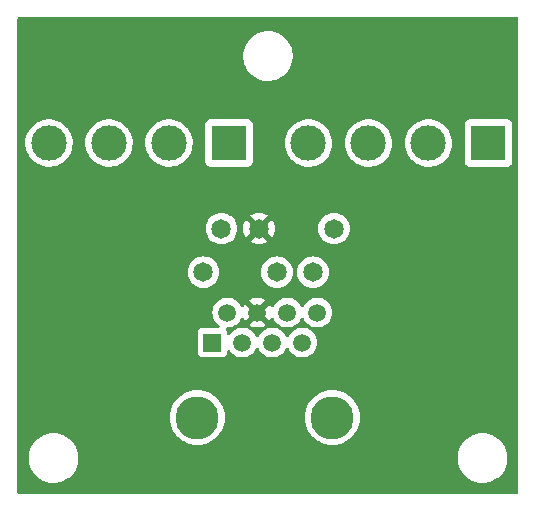
<source format=gbl>
G04 #@! TF.GenerationSoftware,KiCad,Pcbnew,(6.0.0)*
G04 #@! TF.CreationDate,2022-08-05T10:14:30-07:00*
G04 #@! TF.ProjectId,strain_guage,73747261-696e-45f6-9775-6167652e6b69,rev?*
G04 #@! TF.SameCoordinates,Original*
G04 #@! TF.FileFunction,Copper,L2,Bot*
G04 #@! TF.FilePolarity,Positive*
%FSLAX46Y46*%
G04 Gerber Fmt 4.6, Leading zero omitted, Abs format (unit mm)*
G04 Created by KiCad (PCBNEW (6.0.0)) date 2022-08-05 10:14:30*
%MOMM*%
%LPD*%
G01*
G04 APERTURE LIST*
G04 #@! TA.AperFunction,ComponentPad*
%ADD10C,1.651000*%
G04 #@! TD*
G04 #@! TA.AperFunction,ComponentPad*
%ADD11R,3.000000X3.000000*%
G04 #@! TD*
G04 #@! TA.AperFunction,ComponentPad*
%ADD12C,3.000000*%
G04 #@! TD*
G04 #@! TA.AperFunction,WasherPad*
%ADD13C,3.650000*%
G04 #@! TD*
G04 #@! TA.AperFunction,ComponentPad*
%ADD14R,1.500000X1.500000*%
G04 #@! TD*
G04 #@! TA.AperFunction,ComponentPad*
%ADD15C,1.500000*%
G04 #@! TD*
G04 #@! TA.AperFunction,ViaPad*
%ADD16C,0.800000*%
G04 #@! TD*
G04 APERTURE END LIST*
D10*
X122936000Y-134366000D03*
X113411000Y-134366000D03*
D11*
X114046000Y-127127000D03*
D12*
X108966000Y-127127000D03*
X103886000Y-127127000D03*
X98806000Y-127127000D03*
D10*
X111887000Y-138049000D03*
D11*
X136017000Y-127127000D03*
D12*
X130937000Y-127127000D03*
X125857000Y-127127000D03*
X120777000Y-127127000D03*
D10*
X116586000Y-134366000D03*
X118110000Y-138049000D03*
D13*
X111369500Y-150360000D03*
X122799500Y-150360000D03*
D14*
X112639500Y-144010000D03*
D15*
X113909500Y-141470000D03*
X115179500Y-144010000D03*
X116449500Y-141470000D03*
X117719500Y-144010000D03*
X118989500Y-141470000D03*
X120259500Y-144010000D03*
X121529500Y-141470000D03*
D10*
X121158000Y-138049000D03*
D16*
X136779000Y-117729000D03*
X133096000Y-141605000D03*
G04 #@! TA.AperFunction,Conductor*
G36*
X138499121Y-116479002D02*
G01*
X138545614Y-116532658D01*
X138557000Y-116585000D01*
X138557000Y-156719000D01*
X138536998Y-156787121D01*
X138483342Y-156833614D01*
X138431000Y-156845000D01*
X96265000Y-156845000D01*
X96196879Y-156824998D01*
X96150386Y-156771342D01*
X96139000Y-156719000D01*
X96139000Y-153929703D01*
X97077743Y-153929703D01*
X97115268Y-154214734D01*
X97191129Y-154492036D01*
X97303923Y-154756476D01*
X97451561Y-155003161D01*
X97631313Y-155227528D01*
X97839851Y-155425423D01*
X98073317Y-155593186D01*
X98077112Y-155595195D01*
X98077113Y-155595196D01*
X98098869Y-155606715D01*
X98327392Y-155727712D01*
X98597373Y-155826511D01*
X98878264Y-155887755D01*
X98906841Y-155890004D01*
X99101282Y-155905307D01*
X99101291Y-155905307D01*
X99103739Y-155905500D01*
X99259271Y-155905500D01*
X99261407Y-155905354D01*
X99261418Y-155905354D01*
X99469548Y-155891165D01*
X99469554Y-155891164D01*
X99473825Y-155890873D01*
X99478020Y-155890004D01*
X99478022Y-155890004D01*
X99614584Y-155861723D01*
X99755342Y-155832574D01*
X100026343Y-155736607D01*
X100281812Y-155604750D01*
X100285313Y-155602289D01*
X100285317Y-155602287D01*
X100399418Y-155522095D01*
X100517023Y-155439441D01*
X100727622Y-155243740D01*
X100909713Y-155021268D01*
X101059927Y-154776142D01*
X101175483Y-154512898D01*
X101254244Y-154236406D01*
X101294751Y-153951784D01*
X101294845Y-153933951D01*
X101294867Y-153929703D01*
X133399743Y-153929703D01*
X133437268Y-154214734D01*
X133513129Y-154492036D01*
X133625923Y-154756476D01*
X133773561Y-155003161D01*
X133953313Y-155227528D01*
X134161851Y-155425423D01*
X134395317Y-155593186D01*
X134399112Y-155595195D01*
X134399113Y-155595196D01*
X134420869Y-155606715D01*
X134649392Y-155727712D01*
X134919373Y-155826511D01*
X135200264Y-155887755D01*
X135228841Y-155890004D01*
X135423282Y-155905307D01*
X135423291Y-155905307D01*
X135425739Y-155905500D01*
X135581271Y-155905500D01*
X135583407Y-155905354D01*
X135583418Y-155905354D01*
X135791548Y-155891165D01*
X135791554Y-155891164D01*
X135795825Y-155890873D01*
X135800020Y-155890004D01*
X135800022Y-155890004D01*
X135936584Y-155861723D01*
X136077342Y-155832574D01*
X136348343Y-155736607D01*
X136603812Y-155604750D01*
X136607313Y-155602289D01*
X136607317Y-155602287D01*
X136721418Y-155522095D01*
X136839023Y-155439441D01*
X137049622Y-155243740D01*
X137231713Y-155021268D01*
X137381927Y-154776142D01*
X137497483Y-154512898D01*
X137576244Y-154236406D01*
X137616751Y-153951784D01*
X137616845Y-153933951D01*
X137618235Y-153668583D01*
X137618235Y-153668576D01*
X137618257Y-153664297D01*
X137580732Y-153379266D01*
X137504871Y-153101964D01*
X137392077Y-152837524D01*
X137244439Y-152590839D01*
X137064687Y-152366472D01*
X136856149Y-152168577D01*
X136622683Y-152000814D01*
X136600843Y-151989250D01*
X136577654Y-151976972D01*
X136368608Y-151866288D01*
X136233617Y-151816888D01*
X136102658Y-151768964D01*
X136102656Y-151768963D01*
X136098627Y-151767489D01*
X135817736Y-151706245D01*
X135786685Y-151703801D01*
X135594718Y-151688693D01*
X135594709Y-151688693D01*
X135592261Y-151688500D01*
X135436729Y-151688500D01*
X135434593Y-151688646D01*
X135434582Y-151688646D01*
X135226452Y-151702835D01*
X135226446Y-151702836D01*
X135222175Y-151703127D01*
X135217980Y-151703996D01*
X135217978Y-151703996D01*
X135081417Y-151732276D01*
X134940658Y-151761426D01*
X134669657Y-151857393D01*
X134414188Y-151989250D01*
X134410687Y-151991711D01*
X134410683Y-151991713D01*
X134379578Y-152013574D01*
X134178977Y-152154559D01*
X133968378Y-152350260D01*
X133786287Y-152572732D01*
X133636073Y-152817858D01*
X133520517Y-153081102D01*
X133441756Y-153357594D01*
X133401249Y-153642216D01*
X133401227Y-153646505D01*
X133401226Y-153646512D01*
X133399765Y-153925417D01*
X133399743Y-153929703D01*
X101294867Y-153929703D01*
X101296235Y-153668583D01*
X101296235Y-153668576D01*
X101296257Y-153664297D01*
X101258732Y-153379266D01*
X101182871Y-153101964D01*
X101070077Y-152837524D01*
X100922439Y-152590839D01*
X100742687Y-152366472D01*
X100534149Y-152168577D01*
X100300683Y-152000814D01*
X100278843Y-151989250D01*
X100255654Y-151976972D01*
X100046608Y-151866288D01*
X99911617Y-151816888D01*
X99780658Y-151768964D01*
X99780656Y-151768963D01*
X99776627Y-151767489D01*
X99495736Y-151706245D01*
X99464685Y-151703801D01*
X99272718Y-151688693D01*
X99272709Y-151688693D01*
X99270261Y-151688500D01*
X99114729Y-151688500D01*
X99112593Y-151688646D01*
X99112582Y-151688646D01*
X98904452Y-151702835D01*
X98904446Y-151702836D01*
X98900175Y-151703127D01*
X98895980Y-151703996D01*
X98895978Y-151703996D01*
X98759417Y-151732276D01*
X98618658Y-151761426D01*
X98347657Y-151857393D01*
X98092188Y-151989250D01*
X98088687Y-151991711D01*
X98088683Y-151991713D01*
X98057578Y-152013574D01*
X97856977Y-152154559D01*
X97646378Y-152350260D01*
X97464287Y-152572732D01*
X97314073Y-152817858D01*
X97198517Y-153081102D01*
X97119756Y-153357594D01*
X97079249Y-153642216D01*
X97079227Y-153646505D01*
X97079226Y-153646512D01*
X97077765Y-153925417D01*
X97077743Y-153929703D01*
X96139000Y-153929703D01*
X96139000Y-150360000D01*
X109030993Y-150360000D01*
X109050999Y-150665236D01*
X109110676Y-150965250D01*
X109209001Y-151254908D01*
X109210824Y-151258604D01*
X109210827Y-151258612D01*
X109319603Y-151479184D01*
X109344294Y-151529253D01*
X109514238Y-151783593D01*
X109516952Y-151786687D01*
X109516956Y-151786693D01*
X109588523Y-151868299D01*
X109715926Y-152013574D01*
X109719015Y-152016283D01*
X109942807Y-152212544D01*
X109942813Y-152212548D01*
X109945907Y-152215262D01*
X109949333Y-152217551D01*
X109949338Y-152217555D01*
X110177210Y-152369814D01*
X110200246Y-152385206D01*
X110203949Y-152387032D01*
X110470888Y-152518673D01*
X110470896Y-152518676D01*
X110474592Y-152520499D01*
X110478506Y-152521828D01*
X110478507Y-152521828D01*
X110760337Y-152617496D01*
X110760341Y-152617497D01*
X110764250Y-152618824D01*
X110768294Y-152619628D01*
X110768300Y-152619630D01*
X111060225Y-152677698D01*
X111060231Y-152677699D01*
X111064264Y-152678501D01*
X111068369Y-152678770D01*
X111068376Y-152678771D01*
X111365381Y-152698237D01*
X111369500Y-152698507D01*
X111373619Y-152698237D01*
X111670624Y-152678771D01*
X111670631Y-152678770D01*
X111674736Y-152678501D01*
X111678769Y-152677699D01*
X111678775Y-152677698D01*
X111970700Y-152619630D01*
X111970706Y-152619628D01*
X111974750Y-152618824D01*
X111978659Y-152617497D01*
X111978663Y-152617496D01*
X112260493Y-152521828D01*
X112260494Y-152521828D01*
X112264408Y-152520499D01*
X112268104Y-152518676D01*
X112268112Y-152518673D01*
X112535051Y-152387032D01*
X112538754Y-152385206D01*
X112561790Y-152369814D01*
X112789662Y-152217555D01*
X112789667Y-152217551D01*
X112793093Y-152215262D01*
X112796187Y-152212548D01*
X112796193Y-152212544D01*
X113019985Y-152016283D01*
X113023074Y-152013574D01*
X113150477Y-151868299D01*
X113222044Y-151786693D01*
X113222048Y-151786687D01*
X113224762Y-151783593D01*
X113394706Y-151529253D01*
X113419397Y-151479184D01*
X113528173Y-151258612D01*
X113528176Y-151258604D01*
X113529999Y-151254908D01*
X113628324Y-150965250D01*
X113688001Y-150665236D01*
X113708007Y-150360000D01*
X120460993Y-150360000D01*
X120480999Y-150665236D01*
X120540676Y-150965250D01*
X120639001Y-151254908D01*
X120640824Y-151258604D01*
X120640827Y-151258612D01*
X120749603Y-151479184D01*
X120774294Y-151529253D01*
X120944238Y-151783593D01*
X120946952Y-151786687D01*
X120946956Y-151786693D01*
X121018523Y-151868299D01*
X121145926Y-152013574D01*
X121149015Y-152016283D01*
X121372807Y-152212544D01*
X121372813Y-152212548D01*
X121375907Y-152215262D01*
X121379333Y-152217551D01*
X121379338Y-152217555D01*
X121607210Y-152369814D01*
X121630246Y-152385206D01*
X121633949Y-152387032D01*
X121900888Y-152518673D01*
X121900896Y-152518676D01*
X121904592Y-152520499D01*
X121908506Y-152521828D01*
X121908507Y-152521828D01*
X122190337Y-152617496D01*
X122190341Y-152617497D01*
X122194250Y-152618824D01*
X122198294Y-152619628D01*
X122198300Y-152619630D01*
X122490225Y-152677698D01*
X122490231Y-152677699D01*
X122494264Y-152678501D01*
X122498369Y-152678770D01*
X122498376Y-152678771D01*
X122795381Y-152698237D01*
X122799500Y-152698507D01*
X122803619Y-152698237D01*
X123100624Y-152678771D01*
X123100631Y-152678770D01*
X123104736Y-152678501D01*
X123108769Y-152677699D01*
X123108775Y-152677698D01*
X123400700Y-152619630D01*
X123400706Y-152619628D01*
X123404750Y-152618824D01*
X123408659Y-152617497D01*
X123408663Y-152617496D01*
X123690493Y-152521828D01*
X123690494Y-152521828D01*
X123694408Y-152520499D01*
X123698104Y-152518676D01*
X123698112Y-152518673D01*
X123965051Y-152387032D01*
X123968754Y-152385206D01*
X123991790Y-152369814D01*
X124219662Y-152217555D01*
X124219667Y-152217551D01*
X124223093Y-152215262D01*
X124226187Y-152212548D01*
X124226193Y-152212544D01*
X124449985Y-152016283D01*
X124453074Y-152013574D01*
X124580477Y-151868299D01*
X124652044Y-151786693D01*
X124652048Y-151786687D01*
X124654762Y-151783593D01*
X124824706Y-151529253D01*
X124849397Y-151479184D01*
X124958173Y-151258612D01*
X124958176Y-151258604D01*
X124959999Y-151254908D01*
X125058324Y-150965250D01*
X125118001Y-150665236D01*
X125138007Y-150360000D01*
X125118001Y-150054764D01*
X125058324Y-149754750D01*
X124959999Y-149465092D01*
X124958176Y-149461396D01*
X124958173Y-149461388D01*
X124826532Y-149194450D01*
X124824706Y-149190747D01*
X124654762Y-148936407D01*
X124652048Y-148933313D01*
X124652044Y-148933307D01*
X124455783Y-148709515D01*
X124453074Y-148706426D01*
X124449985Y-148703717D01*
X124226193Y-148507456D01*
X124226187Y-148507452D01*
X124223093Y-148504738D01*
X124219663Y-148502446D01*
X124219662Y-148502445D01*
X123972189Y-148337089D01*
X123972187Y-148337088D01*
X123968754Y-148334794D01*
X123920247Y-148310873D01*
X123698112Y-148201327D01*
X123698104Y-148201324D01*
X123694408Y-148199501D01*
X123690493Y-148198172D01*
X123408663Y-148102504D01*
X123408659Y-148102503D01*
X123404750Y-148101176D01*
X123400706Y-148100372D01*
X123400700Y-148100370D01*
X123108775Y-148042302D01*
X123108769Y-148042301D01*
X123104736Y-148041499D01*
X123100631Y-148041230D01*
X123100624Y-148041229D01*
X122803619Y-148021763D01*
X122799500Y-148021493D01*
X122795381Y-148021763D01*
X122498376Y-148041229D01*
X122498369Y-148041230D01*
X122494264Y-148041499D01*
X122490231Y-148042301D01*
X122490225Y-148042302D01*
X122198300Y-148100370D01*
X122198294Y-148100372D01*
X122194250Y-148101176D01*
X122190341Y-148102503D01*
X122190337Y-148102504D01*
X121908507Y-148198172D01*
X121904592Y-148199501D01*
X121900896Y-148201324D01*
X121900888Y-148201327D01*
X121680316Y-148310103D01*
X121630247Y-148334794D01*
X121375907Y-148504738D01*
X121372813Y-148507452D01*
X121372807Y-148507456D01*
X121149015Y-148703717D01*
X121145926Y-148706426D01*
X121143217Y-148709515D01*
X120946956Y-148933307D01*
X120946952Y-148933313D01*
X120944238Y-148936407D01*
X120774294Y-149190747D01*
X120772468Y-149194450D01*
X120640827Y-149461388D01*
X120640824Y-149461396D01*
X120639001Y-149465092D01*
X120540676Y-149754750D01*
X120480999Y-150054764D01*
X120460993Y-150360000D01*
X113708007Y-150360000D01*
X113688001Y-150054764D01*
X113628324Y-149754750D01*
X113529999Y-149465092D01*
X113528176Y-149461396D01*
X113528173Y-149461388D01*
X113396532Y-149194450D01*
X113394706Y-149190747D01*
X113224762Y-148936407D01*
X113222048Y-148933313D01*
X113222044Y-148933307D01*
X113025783Y-148709515D01*
X113023074Y-148706426D01*
X113019985Y-148703717D01*
X112796193Y-148507456D01*
X112796187Y-148507452D01*
X112793093Y-148504738D01*
X112789663Y-148502446D01*
X112789662Y-148502445D01*
X112542189Y-148337089D01*
X112542187Y-148337088D01*
X112538754Y-148334794D01*
X112490247Y-148310873D01*
X112268112Y-148201327D01*
X112268104Y-148201324D01*
X112264408Y-148199501D01*
X112260493Y-148198172D01*
X111978663Y-148102504D01*
X111978659Y-148102503D01*
X111974750Y-148101176D01*
X111970706Y-148100372D01*
X111970700Y-148100370D01*
X111678775Y-148042302D01*
X111678769Y-148042301D01*
X111674736Y-148041499D01*
X111670631Y-148041230D01*
X111670624Y-148041229D01*
X111373619Y-148021763D01*
X111369500Y-148021493D01*
X111365381Y-148021763D01*
X111068376Y-148041229D01*
X111068369Y-148041230D01*
X111064264Y-148041499D01*
X111060231Y-148042301D01*
X111060225Y-148042302D01*
X110768300Y-148100370D01*
X110768294Y-148100372D01*
X110764250Y-148101176D01*
X110760341Y-148102503D01*
X110760337Y-148102504D01*
X110478507Y-148198172D01*
X110474592Y-148199501D01*
X110470896Y-148201324D01*
X110470888Y-148201327D01*
X110250316Y-148310103D01*
X110200247Y-148334794D01*
X109945907Y-148504738D01*
X109942813Y-148507452D01*
X109942807Y-148507456D01*
X109719015Y-148703717D01*
X109715926Y-148706426D01*
X109713217Y-148709515D01*
X109516956Y-148933307D01*
X109516952Y-148933313D01*
X109514238Y-148936407D01*
X109344294Y-149190747D01*
X109342468Y-149194450D01*
X109210827Y-149461388D01*
X109210824Y-149461396D01*
X109209001Y-149465092D01*
X109110676Y-149754750D01*
X109050999Y-150054764D01*
X109030993Y-150360000D01*
X96139000Y-150360000D01*
X96139000Y-144808134D01*
X111381000Y-144808134D01*
X111387755Y-144870316D01*
X111438885Y-145006705D01*
X111526239Y-145123261D01*
X111642795Y-145210615D01*
X111779184Y-145261745D01*
X111841366Y-145268500D01*
X113437634Y-145268500D01*
X113499816Y-145261745D01*
X113636205Y-145210615D01*
X113752761Y-145123261D01*
X113840115Y-145006705D01*
X113891245Y-144870316D01*
X113898000Y-144808134D01*
X113898000Y-144773576D01*
X113918002Y-144705455D01*
X113971658Y-144658962D01*
X114041932Y-144648858D01*
X114106512Y-144678352D01*
X114127213Y-144701305D01*
X114199623Y-144804717D01*
X114211751Y-144822038D01*
X114367462Y-144977749D01*
X114547846Y-145104056D01*
X114747424Y-145197120D01*
X114960129Y-145254115D01*
X115179500Y-145273307D01*
X115398871Y-145254115D01*
X115611576Y-145197120D01*
X115811154Y-145104056D01*
X115991538Y-144977749D01*
X116147249Y-144822038D01*
X116159378Y-144804717D01*
X116270399Y-144646162D01*
X116270400Y-144646160D01*
X116273556Y-144641653D01*
X116275879Y-144636671D01*
X116275882Y-144636666D01*
X116335305Y-144509231D01*
X116382222Y-144455946D01*
X116450499Y-144436485D01*
X116518459Y-144457027D01*
X116563695Y-144509231D01*
X116623118Y-144636666D01*
X116623121Y-144636671D01*
X116625444Y-144641653D01*
X116628600Y-144646160D01*
X116628601Y-144646162D01*
X116739623Y-144804717D01*
X116751751Y-144822038D01*
X116907462Y-144977749D01*
X117087846Y-145104056D01*
X117287424Y-145197120D01*
X117500129Y-145254115D01*
X117719500Y-145273307D01*
X117938871Y-145254115D01*
X118151576Y-145197120D01*
X118351154Y-145104056D01*
X118531538Y-144977749D01*
X118687249Y-144822038D01*
X118699378Y-144804717D01*
X118810399Y-144646162D01*
X118810400Y-144646160D01*
X118813556Y-144641653D01*
X118815879Y-144636671D01*
X118815882Y-144636666D01*
X118875305Y-144509231D01*
X118922222Y-144455946D01*
X118990499Y-144436485D01*
X119058459Y-144457027D01*
X119103695Y-144509231D01*
X119163118Y-144636666D01*
X119163121Y-144636671D01*
X119165444Y-144641653D01*
X119168600Y-144646160D01*
X119168601Y-144646162D01*
X119279623Y-144804717D01*
X119291751Y-144822038D01*
X119447462Y-144977749D01*
X119627846Y-145104056D01*
X119827424Y-145197120D01*
X120040129Y-145254115D01*
X120259500Y-145273307D01*
X120478871Y-145254115D01*
X120691576Y-145197120D01*
X120891154Y-145104056D01*
X121071538Y-144977749D01*
X121227249Y-144822038D01*
X121239378Y-144804717D01*
X121350399Y-144646162D01*
X121350400Y-144646160D01*
X121353556Y-144641653D01*
X121355879Y-144636671D01*
X121355882Y-144636666D01*
X121444295Y-144447061D01*
X121446620Y-144442076D01*
X121503615Y-144229371D01*
X121522807Y-144010000D01*
X121503615Y-143790629D01*
X121446620Y-143577924D01*
X121403085Y-143484562D01*
X121355882Y-143383334D01*
X121355879Y-143383329D01*
X121353556Y-143378347D01*
X121342826Y-143363023D01*
X121230408Y-143202473D01*
X121230406Y-143202470D01*
X121227249Y-143197962D01*
X121071538Y-143042251D01*
X120891154Y-142915944D01*
X120691576Y-142822880D01*
X120478871Y-142765885D01*
X120259500Y-142746693D01*
X120040129Y-142765885D01*
X119827424Y-142822880D01*
X119734264Y-142866321D01*
X119632834Y-142913618D01*
X119632829Y-142913621D01*
X119627847Y-142915944D01*
X119623340Y-142919100D01*
X119623338Y-142919101D01*
X119451973Y-143039092D01*
X119451970Y-143039094D01*
X119447462Y-143042251D01*
X119291751Y-143197962D01*
X119288594Y-143202470D01*
X119288592Y-143202473D01*
X119176174Y-143363023D01*
X119165444Y-143378347D01*
X119163121Y-143383329D01*
X119163118Y-143383334D01*
X119103695Y-143510769D01*
X119056778Y-143564054D01*
X118988501Y-143583515D01*
X118920541Y-143562973D01*
X118875305Y-143510769D01*
X118815882Y-143383334D01*
X118815879Y-143383329D01*
X118813556Y-143378347D01*
X118802826Y-143363023D01*
X118690408Y-143202473D01*
X118690406Y-143202470D01*
X118687249Y-143197962D01*
X118531538Y-143042251D01*
X118351154Y-142915944D01*
X118151576Y-142822880D01*
X117938871Y-142765885D01*
X117719500Y-142746693D01*
X117500129Y-142765885D01*
X117287424Y-142822880D01*
X117194264Y-142866321D01*
X117092834Y-142913618D01*
X117092829Y-142913621D01*
X117087847Y-142915944D01*
X117083340Y-142919100D01*
X117083338Y-142919101D01*
X116911973Y-143039092D01*
X116911970Y-143039094D01*
X116907462Y-143042251D01*
X116751751Y-143197962D01*
X116748594Y-143202470D01*
X116748592Y-143202473D01*
X116636174Y-143363023D01*
X116625444Y-143378347D01*
X116623121Y-143383329D01*
X116623118Y-143383334D01*
X116563695Y-143510769D01*
X116516778Y-143564054D01*
X116448501Y-143583515D01*
X116380541Y-143562973D01*
X116335305Y-143510769D01*
X116275882Y-143383334D01*
X116275879Y-143383329D01*
X116273556Y-143378347D01*
X116262826Y-143363023D01*
X116150408Y-143202473D01*
X116150406Y-143202470D01*
X116147249Y-143197962D01*
X115991538Y-143042251D01*
X115811154Y-142915944D01*
X115611576Y-142822880D01*
X115398871Y-142765885D01*
X115179500Y-142746693D01*
X114960129Y-142765885D01*
X114747424Y-142822880D01*
X114654264Y-142866321D01*
X114552834Y-142913618D01*
X114552829Y-142913621D01*
X114547847Y-142915944D01*
X114543340Y-142919100D01*
X114543338Y-142919101D01*
X114371973Y-143039092D01*
X114371970Y-143039094D01*
X114367462Y-143042251D01*
X114211751Y-143197962D01*
X114208594Y-143202470D01*
X114208592Y-143202473D01*
X114127213Y-143318695D01*
X114071756Y-143363023D01*
X114001137Y-143370332D01*
X113937776Y-143338301D01*
X113901791Y-143277100D01*
X113898000Y-143246424D01*
X113898000Y-143211866D01*
X113891245Y-143149684D01*
X113840115Y-143013295D01*
X113779808Y-142932827D01*
X113754961Y-142866321D01*
X113770014Y-142796939D01*
X113820189Y-142746709D01*
X113891619Y-142731743D01*
X113904018Y-142732828D01*
X113904025Y-142732828D01*
X113909500Y-142733307D01*
X114128871Y-142714115D01*
X114341576Y-142657120D01*
X114541154Y-142564056D01*
X114603842Y-142520161D01*
X115763893Y-142520161D01*
X115773187Y-142532175D01*
X115813588Y-142560464D01*
X115823084Y-142565947D01*
X116012613Y-142654326D01*
X116022905Y-142658072D01*
X116224901Y-142712196D01*
X116235696Y-142714099D01*
X116444025Y-142732326D01*
X116454975Y-142732326D01*
X116663304Y-142714099D01*
X116674099Y-142712196D01*
X116876095Y-142658072D01*
X116886387Y-142654326D01*
X117075916Y-142565947D01*
X117085412Y-142560464D01*
X117126648Y-142531590D01*
X117135023Y-142521112D01*
X117127957Y-142507668D01*
X116462311Y-141842021D01*
X116448368Y-141834408D01*
X116446534Y-141834539D01*
X116439920Y-141838790D01*
X115770320Y-142508391D01*
X115763893Y-142520161D01*
X114603842Y-142520161D01*
X114721538Y-142437749D01*
X114877249Y-142282038D01*
X114971700Y-142147149D01*
X115000399Y-142106162D01*
X115000400Y-142106160D01*
X115003556Y-142101653D01*
X115005879Y-142096671D01*
X115005882Y-142096666D01*
X115065581Y-141968640D01*
X115112498Y-141915355D01*
X115180776Y-141895894D01*
X115248736Y-141916436D01*
X115293971Y-141968640D01*
X115353554Y-142096417D01*
X115359034Y-142105907D01*
X115387911Y-142147149D01*
X115398387Y-142155523D01*
X115411834Y-142148455D01*
X116077479Y-141482811D01*
X116083856Y-141471132D01*
X116813908Y-141471132D01*
X116814039Y-141472966D01*
X116818290Y-141479580D01*
X117487891Y-142149180D01*
X117499661Y-142155607D01*
X117511676Y-142146311D01*
X117539966Y-142105907D01*
X117545446Y-142096417D01*
X117605029Y-141968640D01*
X117651946Y-141915355D01*
X117720224Y-141895894D01*
X117788184Y-141916436D01*
X117833419Y-141968640D01*
X117893118Y-142096666D01*
X117893121Y-142096671D01*
X117895444Y-142101653D01*
X117898600Y-142106160D01*
X117898601Y-142106162D01*
X117927301Y-142147149D01*
X118021751Y-142282038D01*
X118177462Y-142437749D01*
X118357846Y-142564056D01*
X118557424Y-142657120D01*
X118770129Y-142714115D01*
X118989500Y-142733307D01*
X119208871Y-142714115D01*
X119421576Y-142657120D01*
X119621154Y-142564056D01*
X119801538Y-142437749D01*
X119957249Y-142282038D01*
X120051700Y-142147149D01*
X120080399Y-142106162D01*
X120080400Y-142106160D01*
X120083556Y-142101653D01*
X120085879Y-142096671D01*
X120085882Y-142096666D01*
X120145305Y-141969231D01*
X120192222Y-141915946D01*
X120260499Y-141896485D01*
X120328459Y-141917027D01*
X120373695Y-141969231D01*
X120433118Y-142096666D01*
X120433121Y-142096671D01*
X120435444Y-142101653D01*
X120438600Y-142106160D01*
X120438601Y-142106162D01*
X120467301Y-142147149D01*
X120561751Y-142282038D01*
X120717462Y-142437749D01*
X120897846Y-142564056D01*
X121097424Y-142657120D01*
X121310129Y-142714115D01*
X121529500Y-142733307D01*
X121748871Y-142714115D01*
X121961576Y-142657120D01*
X122161154Y-142564056D01*
X122341538Y-142437749D01*
X122497249Y-142282038D01*
X122591700Y-142147149D01*
X122620399Y-142106162D01*
X122620400Y-142106160D01*
X122623556Y-142101653D01*
X122625879Y-142096671D01*
X122625882Y-142096666D01*
X122709648Y-141917027D01*
X122716620Y-141902076D01*
X122773615Y-141689371D01*
X122792807Y-141470000D01*
X122773615Y-141250629D01*
X122716620Y-141037924D01*
X122625998Y-140843583D01*
X122625882Y-140843334D01*
X122625879Y-140843329D01*
X122623556Y-140838347D01*
X122592286Y-140793689D01*
X122500408Y-140662473D01*
X122500406Y-140662470D01*
X122497249Y-140657962D01*
X122341538Y-140502251D01*
X122161154Y-140375944D01*
X121961576Y-140282880D01*
X121748871Y-140225885D01*
X121529500Y-140206693D01*
X121310129Y-140225885D01*
X121097424Y-140282880D01*
X121004062Y-140326415D01*
X120902834Y-140373618D01*
X120902829Y-140373621D01*
X120897847Y-140375944D01*
X120893340Y-140379100D01*
X120893338Y-140379101D01*
X120721973Y-140499092D01*
X120721970Y-140499094D01*
X120717462Y-140502251D01*
X120561751Y-140657962D01*
X120558594Y-140662470D01*
X120558592Y-140662473D01*
X120466714Y-140793689D01*
X120435444Y-140838347D01*
X120433121Y-140843329D01*
X120433118Y-140843334D01*
X120373695Y-140970769D01*
X120326778Y-141024054D01*
X120258501Y-141043515D01*
X120190541Y-141022973D01*
X120145305Y-140970769D01*
X120085882Y-140843334D01*
X120085879Y-140843329D01*
X120083556Y-140838347D01*
X120052286Y-140793689D01*
X119960408Y-140662473D01*
X119960406Y-140662470D01*
X119957249Y-140657962D01*
X119801538Y-140502251D01*
X119621154Y-140375944D01*
X119421576Y-140282880D01*
X119208871Y-140225885D01*
X118989500Y-140206693D01*
X118770129Y-140225885D01*
X118557424Y-140282880D01*
X118464062Y-140326415D01*
X118362834Y-140373618D01*
X118362829Y-140373621D01*
X118357847Y-140375944D01*
X118353340Y-140379100D01*
X118353338Y-140379101D01*
X118181973Y-140499092D01*
X118181970Y-140499094D01*
X118177462Y-140502251D01*
X118021751Y-140657962D01*
X118018594Y-140662470D01*
X118018592Y-140662473D01*
X117926714Y-140793689D01*
X117895444Y-140838347D01*
X117893121Y-140843329D01*
X117893118Y-140843334D01*
X117833419Y-140971360D01*
X117786502Y-141024645D01*
X117718224Y-141044106D01*
X117650264Y-141023564D01*
X117605029Y-140971360D01*
X117545446Y-140843583D01*
X117539966Y-140834093D01*
X117511089Y-140792851D01*
X117500613Y-140784477D01*
X117487166Y-140791545D01*
X116821521Y-141457189D01*
X116813908Y-141471132D01*
X116083856Y-141471132D01*
X116085092Y-141468868D01*
X116084961Y-141467034D01*
X116080710Y-141460420D01*
X115411109Y-140790820D01*
X115399339Y-140784393D01*
X115387324Y-140793689D01*
X115359034Y-140834093D01*
X115353554Y-140843583D01*
X115293971Y-140971360D01*
X115247054Y-141024645D01*
X115178776Y-141044106D01*
X115110816Y-141023564D01*
X115065581Y-140971360D01*
X115005882Y-140843334D01*
X115005879Y-140843329D01*
X115003556Y-140838347D01*
X114972286Y-140793689D01*
X114880408Y-140662473D01*
X114880406Y-140662470D01*
X114877249Y-140657962D01*
X114721538Y-140502251D01*
X114602483Y-140418887D01*
X115763977Y-140418887D01*
X115771045Y-140432334D01*
X116436689Y-141097979D01*
X116450632Y-141105592D01*
X116452466Y-141105461D01*
X116459080Y-141101210D01*
X117128680Y-140431609D01*
X117135107Y-140419839D01*
X117125813Y-140407825D01*
X117085412Y-140379536D01*
X117075916Y-140374053D01*
X116886387Y-140285674D01*
X116876095Y-140281928D01*
X116674099Y-140227804D01*
X116663304Y-140225901D01*
X116454975Y-140207674D01*
X116444025Y-140207674D01*
X116235696Y-140225901D01*
X116224901Y-140227804D01*
X116022905Y-140281928D01*
X116012613Y-140285674D01*
X115823083Y-140374054D01*
X115813593Y-140379534D01*
X115772351Y-140408411D01*
X115763977Y-140418887D01*
X114602483Y-140418887D01*
X114541154Y-140375944D01*
X114341576Y-140282880D01*
X114128871Y-140225885D01*
X113909500Y-140206693D01*
X113690129Y-140225885D01*
X113477424Y-140282880D01*
X113384062Y-140326415D01*
X113282834Y-140373618D01*
X113282829Y-140373621D01*
X113277847Y-140375944D01*
X113273340Y-140379100D01*
X113273338Y-140379101D01*
X113101973Y-140499092D01*
X113101970Y-140499094D01*
X113097462Y-140502251D01*
X112941751Y-140657962D01*
X112938594Y-140662470D01*
X112938592Y-140662473D01*
X112846714Y-140793689D01*
X112815444Y-140838347D01*
X112813121Y-140843329D01*
X112813118Y-140843334D01*
X112813002Y-140843583D01*
X112722380Y-141037924D01*
X112665385Y-141250629D01*
X112646193Y-141470000D01*
X112665385Y-141689371D01*
X112722380Y-141902076D01*
X112729352Y-141917027D01*
X112813118Y-142096666D01*
X112813121Y-142096671D01*
X112815444Y-142101653D01*
X112818600Y-142106160D01*
X112818601Y-142106162D01*
X112847301Y-142147149D01*
X112941751Y-142282038D01*
X113097462Y-142437749D01*
X113101971Y-142440906D01*
X113101973Y-142440908D01*
X113218194Y-142522287D01*
X113262522Y-142577744D01*
X113269831Y-142648364D01*
X113237800Y-142711724D01*
X113176599Y-142747709D01*
X113145923Y-142751500D01*
X111841366Y-142751500D01*
X111779184Y-142758255D01*
X111642795Y-142809385D01*
X111526239Y-142896739D01*
X111438885Y-143013295D01*
X111387755Y-143149684D01*
X111381000Y-143211866D01*
X111381000Y-144808134D01*
X96139000Y-144808134D01*
X96139000Y-138049000D01*
X110547904Y-138049000D01*
X110568248Y-138281532D01*
X110628661Y-138506998D01*
X110630983Y-138511978D01*
X110630984Y-138511980D01*
X110724983Y-138713561D01*
X110724986Y-138713566D01*
X110727309Y-138718548D01*
X110861193Y-138909754D01*
X111026246Y-139074807D01*
X111030754Y-139077964D01*
X111030757Y-139077966D01*
X111212943Y-139205534D01*
X111217452Y-139208691D01*
X111222434Y-139211014D01*
X111222439Y-139211017D01*
X111424020Y-139305016D01*
X111429002Y-139307339D01*
X111434310Y-139308761D01*
X111434312Y-139308762D01*
X111649153Y-139366328D01*
X111649155Y-139366328D01*
X111654468Y-139367752D01*
X111887000Y-139388096D01*
X112119532Y-139367752D01*
X112124845Y-139366328D01*
X112124847Y-139366328D01*
X112339688Y-139308762D01*
X112339690Y-139308761D01*
X112344998Y-139307339D01*
X112349980Y-139305016D01*
X112551561Y-139211017D01*
X112551566Y-139211014D01*
X112556548Y-139208691D01*
X112561057Y-139205534D01*
X112743243Y-139077966D01*
X112743246Y-139077964D01*
X112747754Y-139074807D01*
X112912807Y-138909754D01*
X113046691Y-138718548D01*
X113049014Y-138713566D01*
X113049017Y-138713561D01*
X113143016Y-138511980D01*
X113143017Y-138511978D01*
X113145339Y-138506998D01*
X113205752Y-138281532D01*
X113226096Y-138049000D01*
X116770904Y-138049000D01*
X116791248Y-138281532D01*
X116851661Y-138506998D01*
X116853983Y-138511978D01*
X116853984Y-138511980D01*
X116947983Y-138713561D01*
X116947986Y-138713566D01*
X116950309Y-138718548D01*
X117084193Y-138909754D01*
X117249246Y-139074807D01*
X117253754Y-139077964D01*
X117253757Y-139077966D01*
X117435943Y-139205534D01*
X117440452Y-139208691D01*
X117445434Y-139211014D01*
X117445439Y-139211017D01*
X117647020Y-139305016D01*
X117652002Y-139307339D01*
X117657310Y-139308761D01*
X117657312Y-139308762D01*
X117872153Y-139366328D01*
X117872155Y-139366328D01*
X117877468Y-139367752D01*
X118110000Y-139388096D01*
X118342532Y-139367752D01*
X118347845Y-139366328D01*
X118347847Y-139366328D01*
X118562688Y-139308762D01*
X118562690Y-139308761D01*
X118567998Y-139307339D01*
X118572980Y-139305016D01*
X118774561Y-139211017D01*
X118774566Y-139211014D01*
X118779548Y-139208691D01*
X118784057Y-139205534D01*
X118966243Y-139077966D01*
X118966246Y-139077964D01*
X118970754Y-139074807D01*
X119135807Y-138909754D01*
X119269691Y-138718548D01*
X119272014Y-138713566D01*
X119272017Y-138713561D01*
X119366016Y-138511980D01*
X119366017Y-138511978D01*
X119368339Y-138506998D01*
X119428752Y-138281532D01*
X119449096Y-138049000D01*
X119818904Y-138049000D01*
X119839248Y-138281532D01*
X119899661Y-138506998D01*
X119901983Y-138511978D01*
X119901984Y-138511980D01*
X119995983Y-138713561D01*
X119995986Y-138713566D01*
X119998309Y-138718548D01*
X120132193Y-138909754D01*
X120297246Y-139074807D01*
X120301754Y-139077964D01*
X120301757Y-139077966D01*
X120483943Y-139205534D01*
X120488452Y-139208691D01*
X120493434Y-139211014D01*
X120493439Y-139211017D01*
X120695020Y-139305016D01*
X120700002Y-139307339D01*
X120705310Y-139308761D01*
X120705312Y-139308762D01*
X120920153Y-139366328D01*
X120920155Y-139366328D01*
X120925468Y-139367752D01*
X121158000Y-139388096D01*
X121390532Y-139367752D01*
X121395845Y-139366328D01*
X121395847Y-139366328D01*
X121610688Y-139308762D01*
X121610690Y-139308761D01*
X121615998Y-139307339D01*
X121620980Y-139305016D01*
X121822561Y-139211017D01*
X121822566Y-139211014D01*
X121827548Y-139208691D01*
X121832057Y-139205534D01*
X122014243Y-139077966D01*
X122014246Y-139077964D01*
X122018754Y-139074807D01*
X122183807Y-138909754D01*
X122317691Y-138718548D01*
X122320014Y-138713566D01*
X122320017Y-138713561D01*
X122414016Y-138511980D01*
X122414017Y-138511978D01*
X122416339Y-138506998D01*
X122476752Y-138281532D01*
X122497096Y-138049000D01*
X122476752Y-137816468D01*
X122416339Y-137591002D01*
X122414016Y-137586020D01*
X122320017Y-137384439D01*
X122320014Y-137384434D01*
X122317691Y-137379452D01*
X122183807Y-137188246D01*
X122018754Y-137023193D01*
X122014246Y-137020036D01*
X122014243Y-137020034D01*
X121832057Y-136892466D01*
X121832055Y-136892465D01*
X121827548Y-136889309D01*
X121822566Y-136886986D01*
X121822561Y-136886983D01*
X121620980Y-136792984D01*
X121620978Y-136792983D01*
X121615998Y-136790661D01*
X121610690Y-136789239D01*
X121610688Y-136789238D01*
X121395847Y-136731672D01*
X121395845Y-136731672D01*
X121390532Y-136730248D01*
X121158000Y-136709904D01*
X120925468Y-136730248D01*
X120920155Y-136731672D01*
X120920153Y-136731672D01*
X120705312Y-136789238D01*
X120705310Y-136789239D01*
X120700002Y-136790661D01*
X120695022Y-136792983D01*
X120695020Y-136792984D01*
X120493439Y-136886983D01*
X120493434Y-136886986D01*
X120488452Y-136889309D01*
X120483945Y-136892465D01*
X120483943Y-136892466D01*
X120301757Y-137020034D01*
X120301754Y-137020036D01*
X120297246Y-137023193D01*
X120132193Y-137188246D01*
X119998309Y-137379452D01*
X119995986Y-137384434D01*
X119995983Y-137384439D01*
X119901984Y-137586020D01*
X119899661Y-137591002D01*
X119839248Y-137816468D01*
X119818904Y-138049000D01*
X119449096Y-138049000D01*
X119428752Y-137816468D01*
X119368339Y-137591002D01*
X119366016Y-137586020D01*
X119272017Y-137384439D01*
X119272014Y-137384434D01*
X119269691Y-137379452D01*
X119135807Y-137188246D01*
X118970754Y-137023193D01*
X118966246Y-137020036D01*
X118966243Y-137020034D01*
X118784057Y-136892466D01*
X118784055Y-136892465D01*
X118779548Y-136889309D01*
X118774566Y-136886986D01*
X118774561Y-136886983D01*
X118572980Y-136792984D01*
X118572978Y-136792983D01*
X118567998Y-136790661D01*
X118562690Y-136789239D01*
X118562688Y-136789238D01*
X118347847Y-136731672D01*
X118347845Y-136731672D01*
X118342532Y-136730248D01*
X118110000Y-136709904D01*
X117877468Y-136730248D01*
X117872155Y-136731672D01*
X117872153Y-136731672D01*
X117657312Y-136789238D01*
X117657310Y-136789239D01*
X117652002Y-136790661D01*
X117647022Y-136792983D01*
X117647020Y-136792984D01*
X117445439Y-136886983D01*
X117445434Y-136886986D01*
X117440452Y-136889309D01*
X117435945Y-136892465D01*
X117435943Y-136892466D01*
X117253757Y-137020034D01*
X117253754Y-137020036D01*
X117249246Y-137023193D01*
X117084193Y-137188246D01*
X116950309Y-137379452D01*
X116947986Y-137384434D01*
X116947983Y-137384439D01*
X116853984Y-137586020D01*
X116851661Y-137591002D01*
X116791248Y-137816468D01*
X116770904Y-138049000D01*
X113226096Y-138049000D01*
X113205752Y-137816468D01*
X113145339Y-137591002D01*
X113143016Y-137586020D01*
X113049017Y-137384439D01*
X113049014Y-137384434D01*
X113046691Y-137379452D01*
X112912807Y-137188246D01*
X112747754Y-137023193D01*
X112743246Y-137020036D01*
X112743243Y-137020034D01*
X112561057Y-136892466D01*
X112561055Y-136892465D01*
X112556548Y-136889309D01*
X112551566Y-136886986D01*
X112551561Y-136886983D01*
X112349980Y-136792984D01*
X112349978Y-136792983D01*
X112344998Y-136790661D01*
X112339690Y-136789239D01*
X112339688Y-136789238D01*
X112124847Y-136731672D01*
X112124845Y-136731672D01*
X112119532Y-136730248D01*
X111887000Y-136709904D01*
X111654468Y-136730248D01*
X111649155Y-136731672D01*
X111649153Y-136731672D01*
X111434312Y-136789238D01*
X111434310Y-136789239D01*
X111429002Y-136790661D01*
X111424022Y-136792983D01*
X111424020Y-136792984D01*
X111222439Y-136886983D01*
X111222434Y-136886986D01*
X111217452Y-136889309D01*
X111212945Y-136892465D01*
X111212943Y-136892466D01*
X111030757Y-137020034D01*
X111030754Y-137020036D01*
X111026246Y-137023193D01*
X110861193Y-137188246D01*
X110727309Y-137379452D01*
X110724986Y-137384434D01*
X110724983Y-137384439D01*
X110630984Y-137586020D01*
X110628661Y-137591002D01*
X110568248Y-137816468D01*
X110547904Y-138049000D01*
X96139000Y-138049000D01*
X96139000Y-134366000D01*
X112071904Y-134366000D01*
X112092248Y-134598532D01*
X112152661Y-134823998D01*
X112154983Y-134828978D01*
X112154984Y-134828980D01*
X112248983Y-135030561D01*
X112248986Y-135030566D01*
X112251309Y-135035548D01*
X112254465Y-135040055D01*
X112254466Y-135040057D01*
X112296010Y-135099387D01*
X112385193Y-135226754D01*
X112550246Y-135391807D01*
X112554754Y-135394964D01*
X112554757Y-135394966D01*
X112736325Y-135522101D01*
X112741452Y-135525691D01*
X112746434Y-135528014D01*
X112746439Y-135528017D01*
X112947008Y-135621544D01*
X112953002Y-135624339D01*
X112958310Y-135625761D01*
X112958312Y-135625762D01*
X113173153Y-135683328D01*
X113173155Y-135683328D01*
X113178468Y-135684752D01*
X113411000Y-135705096D01*
X113643532Y-135684752D01*
X113648845Y-135683328D01*
X113648847Y-135683328D01*
X113863688Y-135625762D01*
X113863690Y-135625761D01*
X113868998Y-135624339D01*
X113874992Y-135621544D01*
X114075561Y-135528017D01*
X114075566Y-135528014D01*
X114080548Y-135525691D01*
X114085675Y-135522101D01*
X114159553Y-135470371D01*
X115846183Y-135470371D01*
X115855480Y-135482387D01*
X115912198Y-135522101D01*
X115921684Y-135527579D01*
X116123192Y-135621544D01*
X116133484Y-135625290D01*
X116348241Y-135682834D01*
X116359036Y-135684737D01*
X116580525Y-135704115D01*
X116591475Y-135704115D01*
X116812964Y-135684737D01*
X116823759Y-135682834D01*
X117038516Y-135625290D01*
X117048808Y-135621544D01*
X117250316Y-135527579D01*
X117259802Y-135522101D01*
X117317358Y-135481801D01*
X117325733Y-135471323D01*
X117318665Y-135457875D01*
X116598812Y-134738022D01*
X116584868Y-134730408D01*
X116583035Y-134730539D01*
X116576420Y-134734790D01*
X115852613Y-135458597D01*
X115846183Y-135470371D01*
X114159553Y-135470371D01*
X114267243Y-135394966D01*
X114267246Y-135394964D01*
X114271754Y-135391807D01*
X114436807Y-135226754D01*
X114525991Y-135099387D01*
X114567534Y-135040057D01*
X114567535Y-135040055D01*
X114570691Y-135035548D01*
X114573014Y-135030566D01*
X114573017Y-135030561D01*
X114667016Y-134828980D01*
X114667017Y-134828978D01*
X114669339Y-134823998D01*
X114729752Y-134598532D01*
X114749617Y-134371475D01*
X115247885Y-134371475D01*
X115267263Y-134592964D01*
X115269166Y-134603759D01*
X115326710Y-134818516D01*
X115330456Y-134828808D01*
X115424421Y-135030316D01*
X115429899Y-135039802D01*
X115470199Y-135097358D01*
X115480677Y-135105733D01*
X115494125Y-135098665D01*
X116213978Y-134378812D01*
X116220356Y-134367132D01*
X116950408Y-134367132D01*
X116950539Y-134368965D01*
X116954790Y-134375580D01*
X117678597Y-135099387D01*
X117690371Y-135105817D01*
X117702387Y-135096520D01*
X117742101Y-135039802D01*
X117747579Y-135030316D01*
X117841544Y-134828808D01*
X117845290Y-134818516D01*
X117902834Y-134603759D01*
X117904737Y-134592964D01*
X117924115Y-134371475D01*
X117924115Y-134366000D01*
X121596904Y-134366000D01*
X121617248Y-134598532D01*
X121677661Y-134823998D01*
X121679983Y-134828978D01*
X121679984Y-134828980D01*
X121773983Y-135030561D01*
X121773986Y-135030566D01*
X121776309Y-135035548D01*
X121779465Y-135040055D01*
X121779466Y-135040057D01*
X121821010Y-135099387D01*
X121910193Y-135226754D01*
X122075246Y-135391807D01*
X122079754Y-135394964D01*
X122079757Y-135394966D01*
X122261325Y-135522101D01*
X122266452Y-135525691D01*
X122271434Y-135528014D01*
X122271439Y-135528017D01*
X122472008Y-135621544D01*
X122478002Y-135624339D01*
X122483310Y-135625761D01*
X122483312Y-135625762D01*
X122698153Y-135683328D01*
X122698155Y-135683328D01*
X122703468Y-135684752D01*
X122936000Y-135705096D01*
X123168532Y-135684752D01*
X123173845Y-135683328D01*
X123173847Y-135683328D01*
X123388688Y-135625762D01*
X123388690Y-135625761D01*
X123393998Y-135624339D01*
X123399992Y-135621544D01*
X123600561Y-135528017D01*
X123600566Y-135528014D01*
X123605548Y-135525691D01*
X123610675Y-135522101D01*
X123792243Y-135394966D01*
X123792246Y-135394964D01*
X123796754Y-135391807D01*
X123961807Y-135226754D01*
X124050991Y-135099387D01*
X124092534Y-135040057D01*
X124092535Y-135040055D01*
X124095691Y-135035548D01*
X124098014Y-135030566D01*
X124098017Y-135030561D01*
X124192016Y-134828980D01*
X124192017Y-134828978D01*
X124194339Y-134823998D01*
X124254752Y-134598532D01*
X124275096Y-134366000D01*
X124254752Y-134133468D01*
X124194339Y-133908002D01*
X124098131Y-133701684D01*
X124098017Y-133701439D01*
X124098014Y-133701434D01*
X124095691Y-133696452D01*
X124051496Y-133633335D01*
X123964966Y-133509757D01*
X123964964Y-133509754D01*
X123961807Y-133505246D01*
X123796754Y-133340193D01*
X123792246Y-133337036D01*
X123792243Y-133337034D01*
X123610057Y-133209466D01*
X123610055Y-133209465D01*
X123605548Y-133206309D01*
X123600566Y-133203986D01*
X123600561Y-133203983D01*
X123398980Y-133109984D01*
X123398978Y-133109983D01*
X123393998Y-133107661D01*
X123388690Y-133106239D01*
X123388688Y-133106238D01*
X123173847Y-133048672D01*
X123173845Y-133048672D01*
X123168532Y-133047248D01*
X122936000Y-133026904D01*
X122703468Y-133047248D01*
X122698155Y-133048672D01*
X122698153Y-133048672D01*
X122483312Y-133106238D01*
X122483310Y-133106239D01*
X122478002Y-133107661D01*
X122473022Y-133109983D01*
X122473020Y-133109984D01*
X122271439Y-133203983D01*
X122271434Y-133203986D01*
X122266452Y-133206309D01*
X122261945Y-133209465D01*
X122261943Y-133209466D01*
X122079757Y-133337034D01*
X122079754Y-133337036D01*
X122075246Y-133340193D01*
X121910193Y-133505246D01*
X121907036Y-133509754D01*
X121907034Y-133509757D01*
X121820504Y-133633335D01*
X121776309Y-133696452D01*
X121773986Y-133701434D01*
X121773983Y-133701439D01*
X121773869Y-133701684D01*
X121677661Y-133908002D01*
X121617248Y-134133468D01*
X121596904Y-134366000D01*
X117924115Y-134366000D01*
X117924115Y-134360525D01*
X117904737Y-134139036D01*
X117902834Y-134128241D01*
X117845290Y-133913484D01*
X117841544Y-133903192D01*
X117747579Y-133701684D01*
X117742101Y-133692198D01*
X117701801Y-133634642D01*
X117691323Y-133626267D01*
X117677875Y-133633335D01*
X116958022Y-134353188D01*
X116950408Y-134367132D01*
X116220356Y-134367132D01*
X116221592Y-134364868D01*
X116221461Y-134363035D01*
X116217210Y-134356420D01*
X115493403Y-133632613D01*
X115481629Y-133626183D01*
X115469613Y-133635480D01*
X115429899Y-133692198D01*
X115424421Y-133701684D01*
X115330456Y-133903192D01*
X115326710Y-133913484D01*
X115269166Y-134128241D01*
X115267263Y-134139036D01*
X115247885Y-134360525D01*
X115247885Y-134371475D01*
X114749617Y-134371475D01*
X114750096Y-134366000D01*
X114729752Y-134133468D01*
X114669339Y-133908002D01*
X114573131Y-133701684D01*
X114573017Y-133701439D01*
X114573014Y-133701434D01*
X114570691Y-133696452D01*
X114526496Y-133633335D01*
X114439966Y-133509757D01*
X114439964Y-133509754D01*
X114436807Y-133505246D01*
X114271754Y-133340193D01*
X114267246Y-133337036D01*
X114267243Y-133337034D01*
X114158194Y-133260677D01*
X115846267Y-133260677D01*
X115853335Y-133274125D01*
X116573188Y-133993978D01*
X116587132Y-134001592D01*
X116588965Y-134001461D01*
X116595580Y-133997210D01*
X117319387Y-133273403D01*
X117325817Y-133261629D01*
X117316520Y-133249613D01*
X117259802Y-133209899D01*
X117250316Y-133204421D01*
X117048808Y-133110456D01*
X117038516Y-133106710D01*
X116823759Y-133049166D01*
X116812964Y-133047263D01*
X116591475Y-133027885D01*
X116580525Y-133027885D01*
X116359036Y-133047263D01*
X116348241Y-133049166D01*
X116133484Y-133106710D01*
X116123192Y-133110456D01*
X115921684Y-133204421D01*
X115912198Y-133209899D01*
X115854642Y-133250199D01*
X115846267Y-133260677D01*
X114158194Y-133260677D01*
X114085057Y-133209466D01*
X114085055Y-133209465D01*
X114080548Y-133206309D01*
X114075566Y-133203986D01*
X114075561Y-133203983D01*
X113873980Y-133109984D01*
X113873978Y-133109983D01*
X113868998Y-133107661D01*
X113863690Y-133106239D01*
X113863688Y-133106238D01*
X113648847Y-133048672D01*
X113648845Y-133048672D01*
X113643532Y-133047248D01*
X113411000Y-133026904D01*
X113178468Y-133047248D01*
X113173155Y-133048672D01*
X113173153Y-133048672D01*
X112958312Y-133106238D01*
X112958310Y-133106239D01*
X112953002Y-133107661D01*
X112948022Y-133109983D01*
X112948020Y-133109984D01*
X112746439Y-133203983D01*
X112746434Y-133203986D01*
X112741452Y-133206309D01*
X112736945Y-133209465D01*
X112736943Y-133209466D01*
X112554757Y-133337034D01*
X112554754Y-133337036D01*
X112550246Y-133340193D01*
X112385193Y-133505246D01*
X112382036Y-133509754D01*
X112382034Y-133509757D01*
X112295504Y-133633335D01*
X112251309Y-133696452D01*
X112248986Y-133701434D01*
X112248983Y-133701439D01*
X112248869Y-133701684D01*
X112152661Y-133908002D01*
X112092248Y-134133468D01*
X112071904Y-134366000D01*
X96139000Y-134366000D01*
X96139000Y-127105918D01*
X96792917Y-127105918D01*
X96808682Y-127379320D01*
X96809507Y-127383525D01*
X96809508Y-127383533D01*
X96820127Y-127437657D01*
X96861405Y-127648053D01*
X96862792Y-127652103D01*
X96862793Y-127652108D01*
X96883605Y-127712895D01*
X96950112Y-127907144D01*
X97073160Y-128151799D01*
X97075586Y-128155328D01*
X97075589Y-128155334D01*
X97225843Y-128373953D01*
X97228274Y-128377490D01*
X97412582Y-128580043D01*
X97622675Y-128755707D01*
X97626316Y-128757991D01*
X97851024Y-128898951D01*
X97851028Y-128898953D01*
X97854664Y-128901234D01*
X97922544Y-128931883D01*
X98100345Y-129012164D01*
X98100349Y-129012166D01*
X98104257Y-129013930D01*
X98108377Y-129015150D01*
X98108376Y-129015150D01*
X98362723Y-129090491D01*
X98362727Y-129090492D01*
X98366836Y-129091709D01*
X98371070Y-129092357D01*
X98371075Y-129092358D01*
X98633298Y-129132483D01*
X98633300Y-129132483D01*
X98637540Y-129133132D01*
X98776912Y-129135322D01*
X98907071Y-129137367D01*
X98907077Y-129137367D01*
X98911362Y-129137434D01*
X99183235Y-129104534D01*
X99448127Y-129035041D01*
X99452087Y-129033401D01*
X99452092Y-129033399D01*
X99574631Y-128982641D01*
X99701136Y-128930241D01*
X99937582Y-128792073D01*
X100153089Y-128623094D01*
X100194809Y-128580043D01*
X100340686Y-128429509D01*
X100343669Y-128426431D01*
X100346202Y-128422983D01*
X100346206Y-128422978D01*
X100503257Y-128209178D01*
X100505795Y-128205723D01*
X100533154Y-128155334D01*
X100634418Y-127968830D01*
X100634419Y-127968828D01*
X100636468Y-127965054D01*
X100733269Y-127708877D01*
X100794407Y-127441933D01*
X100818751Y-127169161D01*
X100819193Y-127127000D01*
X100817756Y-127105918D01*
X101872917Y-127105918D01*
X101888682Y-127379320D01*
X101889507Y-127383525D01*
X101889508Y-127383533D01*
X101900127Y-127437657D01*
X101941405Y-127648053D01*
X101942792Y-127652103D01*
X101942793Y-127652108D01*
X101963605Y-127712895D01*
X102030112Y-127907144D01*
X102153160Y-128151799D01*
X102155586Y-128155328D01*
X102155589Y-128155334D01*
X102305843Y-128373953D01*
X102308274Y-128377490D01*
X102492582Y-128580043D01*
X102702675Y-128755707D01*
X102706316Y-128757991D01*
X102931024Y-128898951D01*
X102931028Y-128898953D01*
X102934664Y-128901234D01*
X103002544Y-128931883D01*
X103180345Y-129012164D01*
X103180349Y-129012166D01*
X103184257Y-129013930D01*
X103188377Y-129015150D01*
X103188376Y-129015150D01*
X103442723Y-129090491D01*
X103442727Y-129090492D01*
X103446836Y-129091709D01*
X103451070Y-129092357D01*
X103451075Y-129092358D01*
X103713298Y-129132483D01*
X103713300Y-129132483D01*
X103717540Y-129133132D01*
X103856912Y-129135322D01*
X103987071Y-129137367D01*
X103987077Y-129137367D01*
X103991362Y-129137434D01*
X104263235Y-129104534D01*
X104528127Y-129035041D01*
X104532087Y-129033401D01*
X104532092Y-129033399D01*
X104654631Y-128982641D01*
X104781136Y-128930241D01*
X105017582Y-128792073D01*
X105233089Y-128623094D01*
X105274809Y-128580043D01*
X105420686Y-128429509D01*
X105423669Y-128426431D01*
X105426202Y-128422983D01*
X105426206Y-128422978D01*
X105583257Y-128209178D01*
X105585795Y-128205723D01*
X105613154Y-128155334D01*
X105714418Y-127968830D01*
X105714419Y-127968828D01*
X105716468Y-127965054D01*
X105813269Y-127708877D01*
X105874407Y-127441933D01*
X105898751Y-127169161D01*
X105899193Y-127127000D01*
X105897756Y-127105918D01*
X106952917Y-127105918D01*
X106968682Y-127379320D01*
X106969507Y-127383525D01*
X106969508Y-127383533D01*
X106980127Y-127437657D01*
X107021405Y-127648053D01*
X107022792Y-127652103D01*
X107022793Y-127652108D01*
X107043605Y-127712895D01*
X107110112Y-127907144D01*
X107233160Y-128151799D01*
X107235586Y-128155328D01*
X107235589Y-128155334D01*
X107385843Y-128373953D01*
X107388274Y-128377490D01*
X107572582Y-128580043D01*
X107782675Y-128755707D01*
X107786316Y-128757991D01*
X108011024Y-128898951D01*
X108011028Y-128898953D01*
X108014664Y-128901234D01*
X108082544Y-128931883D01*
X108260345Y-129012164D01*
X108260349Y-129012166D01*
X108264257Y-129013930D01*
X108268377Y-129015150D01*
X108268376Y-129015150D01*
X108522723Y-129090491D01*
X108522727Y-129090492D01*
X108526836Y-129091709D01*
X108531070Y-129092357D01*
X108531075Y-129092358D01*
X108793298Y-129132483D01*
X108793300Y-129132483D01*
X108797540Y-129133132D01*
X108936912Y-129135322D01*
X109067071Y-129137367D01*
X109067077Y-129137367D01*
X109071362Y-129137434D01*
X109343235Y-129104534D01*
X109608127Y-129035041D01*
X109612087Y-129033401D01*
X109612092Y-129033399D01*
X109734631Y-128982641D01*
X109861136Y-128930241D01*
X110097582Y-128792073D01*
X110246720Y-128675134D01*
X112037500Y-128675134D01*
X112044255Y-128737316D01*
X112095385Y-128873705D01*
X112182739Y-128990261D01*
X112299295Y-129077615D01*
X112435684Y-129128745D01*
X112497866Y-129135500D01*
X115594134Y-129135500D01*
X115656316Y-129128745D01*
X115792705Y-129077615D01*
X115909261Y-128990261D01*
X115996615Y-128873705D01*
X116047745Y-128737316D01*
X116054500Y-128675134D01*
X116054500Y-127105918D01*
X118763917Y-127105918D01*
X118779682Y-127379320D01*
X118780507Y-127383525D01*
X118780508Y-127383533D01*
X118791127Y-127437657D01*
X118832405Y-127648053D01*
X118833792Y-127652103D01*
X118833793Y-127652108D01*
X118854605Y-127712895D01*
X118921112Y-127907144D01*
X119044160Y-128151799D01*
X119046586Y-128155328D01*
X119046589Y-128155334D01*
X119196843Y-128373953D01*
X119199274Y-128377490D01*
X119383582Y-128580043D01*
X119593675Y-128755707D01*
X119597316Y-128757991D01*
X119822024Y-128898951D01*
X119822028Y-128898953D01*
X119825664Y-128901234D01*
X119893544Y-128931883D01*
X120071345Y-129012164D01*
X120071349Y-129012166D01*
X120075257Y-129013930D01*
X120079377Y-129015150D01*
X120079376Y-129015150D01*
X120333723Y-129090491D01*
X120333727Y-129090492D01*
X120337836Y-129091709D01*
X120342070Y-129092357D01*
X120342075Y-129092358D01*
X120604298Y-129132483D01*
X120604300Y-129132483D01*
X120608540Y-129133132D01*
X120747912Y-129135322D01*
X120878071Y-129137367D01*
X120878077Y-129137367D01*
X120882362Y-129137434D01*
X121154235Y-129104534D01*
X121419127Y-129035041D01*
X121423087Y-129033401D01*
X121423092Y-129033399D01*
X121545631Y-128982641D01*
X121672136Y-128930241D01*
X121908582Y-128792073D01*
X122124089Y-128623094D01*
X122165809Y-128580043D01*
X122311686Y-128429509D01*
X122314669Y-128426431D01*
X122317202Y-128422983D01*
X122317206Y-128422978D01*
X122474257Y-128209178D01*
X122476795Y-128205723D01*
X122504154Y-128155334D01*
X122605418Y-127968830D01*
X122605419Y-127968828D01*
X122607468Y-127965054D01*
X122704269Y-127708877D01*
X122765407Y-127441933D01*
X122789751Y-127169161D01*
X122790193Y-127127000D01*
X122788756Y-127105918D01*
X123843917Y-127105918D01*
X123859682Y-127379320D01*
X123860507Y-127383525D01*
X123860508Y-127383533D01*
X123871127Y-127437657D01*
X123912405Y-127648053D01*
X123913792Y-127652103D01*
X123913793Y-127652108D01*
X123934605Y-127712895D01*
X124001112Y-127907144D01*
X124124160Y-128151799D01*
X124126586Y-128155328D01*
X124126589Y-128155334D01*
X124276843Y-128373953D01*
X124279274Y-128377490D01*
X124463582Y-128580043D01*
X124673675Y-128755707D01*
X124677316Y-128757991D01*
X124902024Y-128898951D01*
X124902028Y-128898953D01*
X124905664Y-128901234D01*
X124973544Y-128931883D01*
X125151345Y-129012164D01*
X125151349Y-129012166D01*
X125155257Y-129013930D01*
X125159377Y-129015150D01*
X125159376Y-129015150D01*
X125413723Y-129090491D01*
X125413727Y-129090492D01*
X125417836Y-129091709D01*
X125422070Y-129092357D01*
X125422075Y-129092358D01*
X125684298Y-129132483D01*
X125684300Y-129132483D01*
X125688540Y-129133132D01*
X125827912Y-129135322D01*
X125958071Y-129137367D01*
X125958077Y-129137367D01*
X125962362Y-129137434D01*
X126234235Y-129104534D01*
X126499127Y-129035041D01*
X126503087Y-129033401D01*
X126503092Y-129033399D01*
X126625631Y-128982641D01*
X126752136Y-128930241D01*
X126988582Y-128792073D01*
X127204089Y-128623094D01*
X127245809Y-128580043D01*
X127391686Y-128429509D01*
X127394669Y-128426431D01*
X127397202Y-128422983D01*
X127397206Y-128422978D01*
X127554257Y-128209178D01*
X127556795Y-128205723D01*
X127584154Y-128155334D01*
X127685418Y-127968830D01*
X127685419Y-127968828D01*
X127687468Y-127965054D01*
X127784269Y-127708877D01*
X127845407Y-127441933D01*
X127869751Y-127169161D01*
X127870193Y-127127000D01*
X127868756Y-127105918D01*
X128923917Y-127105918D01*
X128939682Y-127379320D01*
X128940507Y-127383525D01*
X128940508Y-127383533D01*
X128951127Y-127437657D01*
X128992405Y-127648053D01*
X128993792Y-127652103D01*
X128993793Y-127652108D01*
X129014605Y-127712895D01*
X129081112Y-127907144D01*
X129204160Y-128151799D01*
X129206586Y-128155328D01*
X129206589Y-128155334D01*
X129356843Y-128373953D01*
X129359274Y-128377490D01*
X129543582Y-128580043D01*
X129753675Y-128755707D01*
X129757316Y-128757991D01*
X129982024Y-128898951D01*
X129982028Y-128898953D01*
X129985664Y-128901234D01*
X130053544Y-128931883D01*
X130231345Y-129012164D01*
X130231349Y-129012166D01*
X130235257Y-129013930D01*
X130239377Y-129015150D01*
X130239376Y-129015150D01*
X130493723Y-129090491D01*
X130493727Y-129090492D01*
X130497836Y-129091709D01*
X130502070Y-129092357D01*
X130502075Y-129092358D01*
X130764298Y-129132483D01*
X130764300Y-129132483D01*
X130768540Y-129133132D01*
X130907912Y-129135322D01*
X131038071Y-129137367D01*
X131038077Y-129137367D01*
X131042362Y-129137434D01*
X131314235Y-129104534D01*
X131579127Y-129035041D01*
X131583087Y-129033401D01*
X131583092Y-129033399D01*
X131705631Y-128982641D01*
X131832136Y-128930241D01*
X132068582Y-128792073D01*
X132217720Y-128675134D01*
X134008500Y-128675134D01*
X134015255Y-128737316D01*
X134066385Y-128873705D01*
X134153739Y-128990261D01*
X134270295Y-129077615D01*
X134406684Y-129128745D01*
X134468866Y-129135500D01*
X137565134Y-129135500D01*
X137627316Y-129128745D01*
X137763705Y-129077615D01*
X137880261Y-128990261D01*
X137967615Y-128873705D01*
X138018745Y-128737316D01*
X138025500Y-128675134D01*
X138025500Y-125578866D01*
X138018745Y-125516684D01*
X137967615Y-125380295D01*
X137880261Y-125263739D01*
X137763705Y-125176385D01*
X137627316Y-125125255D01*
X137565134Y-125118500D01*
X134468866Y-125118500D01*
X134406684Y-125125255D01*
X134270295Y-125176385D01*
X134153739Y-125263739D01*
X134066385Y-125380295D01*
X134015255Y-125516684D01*
X134008500Y-125578866D01*
X134008500Y-128675134D01*
X132217720Y-128675134D01*
X132284089Y-128623094D01*
X132325809Y-128580043D01*
X132471686Y-128429509D01*
X132474669Y-128426431D01*
X132477202Y-128422983D01*
X132477206Y-128422978D01*
X132634257Y-128209178D01*
X132636795Y-128205723D01*
X132664154Y-128155334D01*
X132765418Y-127968830D01*
X132765419Y-127968828D01*
X132767468Y-127965054D01*
X132864269Y-127708877D01*
X132925407Y-127441933D01*
X132949751Y-127169161D01*
X132950193Y-127127000D01*
X132931567Y-126853778D01*
X132876032Y-126585612D01*
X132784617Y-126327465D01*
X132659013Y-126084112D01*
X132649040Y-126069921D01*
X132504008Y-125863562D01*
X132501545Y-125860057D01*
X132315125Y-125659445D01*
X132311810Y-125656731D01*
X132311806Y-125656728D01*
X132150304Y-125524540D01*
X132103205Y-125485990D01*
X131869704Y-125342901D01*
X131865768Y-125341173D01*
X131622873Y-125234549D01*
X131622869Y-125234548D01*
X131618945Y-125232825D01*
X131355566Y-125157800D01*
X131351324Y-125157196D01*
X131351318Y-125157195D01*
X131146387Y-125128029D01*
X131084443Y-125119213D01*
X130940589Y-125118460D01*
X130814877Y-125117802D01*
X130814871Y-125117802D01*
X130810591Y-125117780D01*
X130806347Y-125118339D01*
X130806343Y-125118339D01*
X130732741Y-125128029D01*
X130539078Y-125153525D01*
X130534938Y-125154658D01*
X130534936Y-125154658D01*
X130467037Y-125173233D01*
X130274928Y-125225788D01*
X130270980Y-125227472D01*
X130026982Y-125331546D01*
X130026978Y-125331548D01*
X130023030Y-125333232D01*
X130003125Y-125345145D01*
X129791725Y-125471664D01*
X129791721Y-125471667D01*
X129788043Y-125473868D01*
X129574318Y-125645094D01*
X129385808Y-125843742D01*
X129226002Y-126066136D01*
X129097857Y-126308161D01*
X129096385Y-126312184D01*
X129096383Y-126312188D01*
X129089314Y-126331506D01*
X129003743Y-126565337D01*
X128945404Y-126832907D01*
X128923917Y-127105918D01*
X127868756Y-127105918D01*
X127851567Y-126853778D01*
X127796032Y-126585612D01*
X127704617Y-126327465D01*
X127579013Y-126084112D01*
X127569040Y-126069921D01*
X127424008Y-125863562D01*
X127421545Y-125860057D01*
X127235125Y-125659445D01*
X127231810Y-125656731D01*
X127231806Y-125656728D01*
X127070304Y-125524540D01*
X127023205Y-125485990D01*
X126789704Y-125342901D01*
X126785768Y-125341173D01*
X126542873Y-125234549D01*
X126542869Y-125234548D01*
X126538945Y-125232825D01*
X126275566Y-125157800D01*
X126271324Y-125157196D01*
X126271318Y-125157195D01*
X126066387Y-125128029D01*
X126004443Y-125119213D01*
X125860589Y-125118460D01*
X125734877Y-125117802D01*
X125734871Y-125117802D01*
X125730591Y-125117780D01*
X125726347Y-125118339D01*
X125726343Y-125118339D01*
X125652741Y-125128029D01*
X125459078Y-125153525D01*
X125454938Y-125154658D01*
X125454936Y-125154658D01*
X125387037Y-125173233D01*
X125194928Y-125225788D01*
X125190980Y-125227472D01*
X124946982Y-125331546D01*
X124946978Y-125331548D01*
X124943030Y-125333232D01*
X124923125Y-125345145D01*
X124711725Y-125471664D01*
X124711721Y-125471667D01*
X124708043Y-125473868D01*
X124494318Y-125645094D01*
X124305808Y-125843742D01*
X124146002Y-126066136D01*
X124017857Y-126308161D01*
X124016385Y-126312184D01*
X124016383Y-126312188D01*
X124009314Y-126331506D01*
X123923743Y-126565337D01*
X123865404Y-126832907D01*
X123843917Y-127105918D01*
X122788756Y-127105918D01*
X122771567Y-126853778D01*
X122716032Y-126585612D01*
X122624617Y-126327465D01*
X122499013Y-126084112D01*
X122489040Y-126069921D01*
X122344008Y-125863562D01*
X122341545Y-125860057D01*
X122155125Y-125659445D01*
X122151810Y-125656731D01*
X122151806Y-125656728D01*
X121990304Y-125524540D01*
X121943205Y-125485990D01*
X121709704Y-125342901D01*
X121705768Y-125341173D01*
X121462873Y-125234549D01*
X121462869Y-125234548D01*
X121458945Y-125232825D01*
X121195566Y-125157800D01*
X121191324Y-125157196D01*
X121191318Y-125157195D01*
X120986387Y-125128029D01*
X120924443Y-125119213D01*
X120780589Y-125118460D01*
X120654877Y-125117802D01*
X120654871Y-125117802D01*
X120650591Y-125117780D01*
X120646347Y-125118339D01*
X120646343Y-125118339D01*
X120572741Y-125128029D01*
X120379078Y-125153525D01*
X120374938Y-125154658D01*
X120374936Y-125154658D01*
X120307037Y-125173233D01*
X120114928Y-125225788D01*
X120110980Y-125227472D01*
X119866982Y-125331546D01*
X119866978Y-125331548D01*
X119863030Y-125333232D01*
X119843125Y-125345145D01*
X119631725Y-125471664D01*
X119631721Y-125471667D01*
X119628043Y-125473868D01*
X119414318Y-125645094D01*
X119225808Y-125843742D01*
X119066002Y-126066136D01*
X118937857Y-126308161D01*
X118936385Y-126312184D01*
X118936383Y-126312188D01*
X118929314Y-126331506D01*
X118843743Y-126565337D01*
X118785404Y-126832907D01*
X118763917Y-127105918D01*
X116054500Y-127105918D01*
X116054500Y-125578866D01*
X116047745Y-125516684D01*
X115996615Y-125380295D01*
X115909261Y-125263739D01*
X115792705Y-125176385D01*
X115656316Y-125125255D01*
X115594134Y-125118500D01*
X112497866Y-125118500D01*
X112435684Y-125125255D01*
X112299295Y-125176385D01*
X112182739Y-125263739D01*
X112095385Y-125380295D01*
X112044255Y-125516684D01*
X112037500Y-125578866D01*
X112037500Y-128675134D01*
X110246720Y-128675134D01*
X110313089Y-128623094D01*
X110354809Y-128580043D01*
X110500686Y-128429509D01*
X110503669Y-128426431D01*
X110506202Y-128422983D01*
X110506206Y-128422978D01*
X110663257Y-128209178D01*
X110665795Y-128205723D01*
X110693154Y-128155334D01*
X110794418Y-127968830D01*
X110794419Y-127968828D01*
X110796468Y-127965054D01*
X110893269Y-127708877D01*
X110954407Y-127441933D01*
X110978751Y-127169161D01*
X110979193Y-127127000D01*
X110960567Y-126853778D01*
X110905032Y-126585612D01*
X110813617Y-126327465D01*
X110688013Y-126084112D01*
X110678040Y-126069921D01*
X110533008Y-125863562D01*
X110530545Y-125860057D01*
X110344125Y-125659445D01*
X110340810Y-125656731D01*
X110340806Y-125656728D01*
X110179304Y-125524540D01*
X110132205Y-125485990D01*
X109898704Y-125342901D01*
X109894768Y-125341173D01*
X109651873Y-125234549D01*
X109651869Y-125234548D01*
X109647945Y-125232825D01*
X109384566Y-125157800D01*
X109380324Y-125157196D01*
X109380318Y-125157195D01*
X109175387Y-125128029D01*
X109113443Y-125119213D01*
X108969589Y-125118460D01*
X108843877Y-125117802D01*
X108843871Y-125117802D01*
X108839591Y-125117780D01*
X108835347Y-125118339D01*
X108835343Y-125118339D01*
X108761741Y-125128029D01*
X108568078Y-125153525D01*
X108563938Y-125154658D01*
X108563936Y-125154658D01*
X108496037Y-125173233D01*
X108303928Y-125225788D01*
X108299980Y-125227472D01*
X108055982Y-125331546D01*
X108055978Y-125331548D01*
X108052030Y-125333232D01*
X108032125Y-125345145D01*
X107820725Y-125471664D01*
X107820721Y-125471667D01*
X107817043Y-125473868D01*
X107603318Y-125645094D01*
X107414808Y-125843742D01*
X107255002Y-126066136D01*
X107126857Y-126308161D01*
X107125385Y-126312184D01*
X107125383Y-126312188D01*
X107118314Y-126331506D01*
X107032743Y-126565337D01*
X106974404Y-126832907D01*
X106952917Y-127105918D01*
X105897756Y-127105918D01*
X105880567Y-126853778D01*
X105825032Y-126585612D01*
X105733617Y-126327465D01*
X105608013Y-126084112D01*
X105598040Y-126069921D01*
X105453008Y-125863562D01*
X105450545Y-125860057D01*
X105264125Y-125659445D01*
X105260810Y-125656731D01*
X105260806Y-125656728D01*
X105099304Y-125524540D01*
X105052205Y-125485990D01*
X104818704Y-125342901D01*
X104814768Y-125341173D01*
X104571873Y-125234549D01*
X104571869Y-125234548D01*
X104567945Y-125232825D01*
X104304566Y-125157800D01*
X104300324Y-125157196D01*
X104300318Y-125157195D01*
X104095387Y-125128029D01*
X104033443Y-125119213D01*
X103889589Y-125118460D01*
X103763877Y-125117802D01*
X103763871Y-125117802D01*
X103759591Y-125117780D01*
X103755347Y-125118339D01*
X103755343Y-125118339D01*
X103681741Y-125128029D01*
X103488078Y-125153525D01*
X103483938Y-125154658D01*
X103483936Y-125154658D01*
X103416037Y-125173233D01*
X103223928Y-125225788D01*
X103219980Y-125227472D01*
X102975982Y-125331546D01*
X102975978Y-125331548D01*
X102972030Y-125333232D01*
X102952125Y-125345145D01*
X102740725Y-125471664D01*
X102740721Y-125471667D01*
X102737043Y-125473868D01*
X102523318Y-125645094D01*
X102334808Y-125843742D01*
X102175002Y-126066136D01*
X102046857Y-126308161D01*
X102045385Y-126312184D01*
X102045383Y-126312188D01*
X102038314Y-126331506D01*
X101952743Y-126565337D01*
X101894404Y-126832907D01*
X101872917Y-127105918D01*
X100817756Y-127105918D01*
X100800567Y-126853778D01*
X100745032Y-126585612D01*
X100653617Y-126327465D01*
X100528013Y-126084112D01*
X100518040Y-126069921D01*
X100373008Y-125863562D01*
X100370545Y-125860057D01*
X100184125Y-125659445D01*
X100180810Y-125656731D01*
X100180806Y-125656728D01*
X100019304Y-125524540D01*
X99972205Y-125485990D01*
X99738704Y-125342901D01*
X99734768Y-125341173D01*
X99491873Y-125234549D01*
X99491869Y-125234548D01*
X99487945Y-125232825D01*
X99224566Y-125157800D01*
X99220324Y-125157196D01*
X99220318Y-125157195D01*
X99015387Y-125128029D01*
X98953443Y-125119213D01*
X98809589Y-125118460D01*
X98683877Y-125117802D01*
X98683871Y-125117802D01*
X98679591Y-125117780D01*
X98675347Y-125118339D01*
X98675343Y-125118339D01*
X98601741Y-125128029D01*
X98408078Y-125153525D01*
X98403938Y-125154658D01*
X98403936Y-125154658D01*
X98336037Y-125173233D01*
X98143928Y-125225788D01*
X98139980Y-125227472D01*
X97895982Y-125331546D01*
X97895978Y-125331548D01*
X97892030Y-125333232D01*
X97872125Y-125345145D01*
X97660725Y-125471664D01*
X97660721Y-125471667D01*
X97657043Y-125473868D01*
X97443318Y-125645094D01*
X97254808Y-125843742D01*
X97095002Y-126066136D01*
X96966857Y-126308161D01*
X96965385Y-126312184D01*
X96965383Y-126312188D01*
X96958314Y-126331506D01*
X96872743Y-126565337D01*
X96814404Y-126832907D01*
X96792917Y-127105918D01*
X96139000Y-127105918D01*
X96139000Y-119893703D01*
X115238743Y-119893703D01*
X115276268Y-120178734D01*
X115352129Y-120456036D01*
X115464923Y-120720476D01*
X115612561Y-120967161D01*
X115792313Y-121191528D01*
X116000851Y-121389423D01*
X116234317Y-121557186D01*
X116238112Y-121559195D01*
X116238113Y-121559196D01*
X116259869Y-121570715D01*
X116488392Y-121691712D01*
X116758373Y-121790511D01*
X117039264Y-121851755D01*
X117067841Y-121854004D01*
X117262282Y-121869307D01*
X117262291Y-121869307D01*
X117264739Y-121869500D01*
X117420271Y-121869500D01*
X117422407Y-121869354D01*
X117422418Y-121869354D01*
X117630548Y-121855165D01*
X117630554Y-121855164D01*
X117634825Y-121854873D01*
X117639020Y-121854004D01*
X117639022Y-121854004D01*
X117775584Y-121825723D01*
X117916342Y-121796574D01*
X118187343Y-121700607D01*
X118442812Y-121568750D01*
X118446313Y-121566289D01*
X118446317Y-121566287D01*
X118560418Y-121486095D01*
X118678023Y-121403441D01*
X118888622Y-121207740D01*
X119070713Y-120985268D01*
X119220927Y-120740142D01*
X119336483Y-120476898D01*
X119415244Y-120200406D01*
X119455751Y-119915784D01*
X119455845Y-119897951D01*
X119457235Y-119632583D01*
X119457235Y-119632576D01*
X119457257Y-119628297D01*
X119419732Y-119343266D01*
X119343871Y-119065964D01*
X119231077Y-118801524D01*
X119083439Y-118554839D01*
X118903687Y-118330472D01*
X118695149Y-118132577D01*
X118461683Y-117964814D01*
X118439843Y-117953250D01*
X118416654Y-117940972D01*
X118207608Y-117830288D01*
X117937627Y-117731489D01*
X117656736Y-117670245D01*
X117625685Y-117667801D01*
X117433718Y-117652693D01*
X117433709Y-117652693D01*
X117431261Y-117652500D01*
X117275729Y-117652500D01*
X117273593Y-117652646D01*
X117273582Y-117652646D01*
X117065452Y-117666835D01*
X117065446Y-117666836D01*
X117061175Y-117667127D01*
X117056980Y-117667996D01*
X117056978Y-117667996D01*
X116920416Y-117696277D01*
X116779658Y-117725426D01*
X116508657Y-117821393D01*
X116253188Y-117953250D01*
X116249687Y-117955711D01*
X116249683Y-117955713D01*
X116239594Y-117962804D01*
X116017977Y-118118559D01*
X115807378Y-118314260D01*
X115625287Y-118536732D01*
X115475073Y-118781858D01*
X115359517Y-119045102D01*
X115280756Y-119321594D01*
X115240249Y-119606216D01*
X115240227Y-119610505D01*
X115240226Y-119610512D01*
X115238765Y-119889417D01*
X115238743Y-119893703D01*
X96139000Y-119893703D01*
X96139000Y-116585000D01*
X96159002Y-116516879D01*
X96212658Y-116470386D01*
X96265000Y-116459000D01*
X138431000Y-116459000D01*
X138499121Y-116479002D01*
G37*
G04 #@! TD.AperFunction*
M02*

</source>
